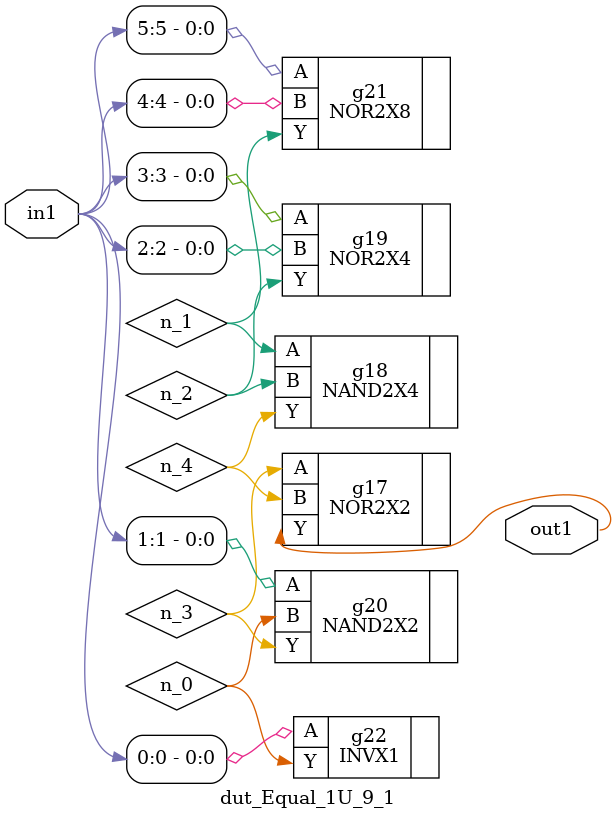
<source format=v>
`timescale 1ps / 1ps


module dut_Equal_1U_9_1(in1, out1);
  input [5:0] in1;
  output out1;
  wire [5:0] in1;
  wire out1;
  wire n_0, n_1, n_2, n_3, n_4;
  NOR2X2 g17(.A (n_3), .B (n_4), .Y (out1));
  NAND2X4 g18(.A (n_1), .B (n_2), .Y (n_4));
  NAND2X2 g20(.A (in1[1]), .B (n_0), .Y (n_3));
  NOR2X4 g19(.A (in1[3]), .B (in1[2]), .Y (n_2));
  NOR2X8 g21(.A (in1[5]), .B (in1[4]), .Y (n_1));
  INVX1 g22(.A (in1[0]), .Y (n_0));
endmodule



</source>
